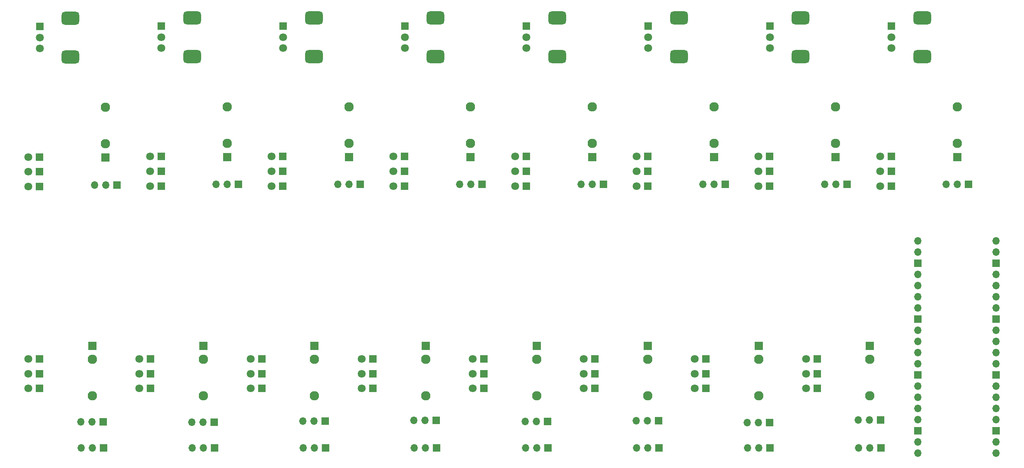
<source format=gbr>
%TF.GenerationSoftware,KiCad,Pcbnew,9.0.0*%
%TF.CreationDate,2025-06-12T15:06:47-04:00*%
%TF.ProjectId,Oblique Palette 0.5.1 PCB Main,4f626c69-7175-4652-9050-616c65747465,rev?*%
%TF.SameCoordinates,Original*%
%TF.FileFunction,Soldermask,Top*%
%TF.FilePolarity,Negative*%
%FSLAX46Y46*%
G04 Gerber Fmt 4.6, Leading zero omitted, Abs format (unit mm)*
G04 Created by KiCad (PCBNEW 9.0.0) date 2025-06-12 15:06:47*
%MOMM*%
%LPD*%
G01*
G04 APERTURE LIST*
G04 Aperture macros list*
%AMRoundRect*
0 Rectangle with rounded corners*
0 $1 Rounding radius*
0 $2 $3 $4 $5 $6 $7 $8 $9 X,Y pos of 4 corners*
0 Add a 4 corners polygon primitive as box body*
4,1,4,$2,$3,$4,$5,$6,$7,$8,$9,$2,$3,0*
0 Add four circle primitives for the rounded corners*
1,1,$1+$1,$2,$3*
1,1,$1+$1,$4,$5*
1,1,$1+$1,$6,$7*
1,1,$1+$1,$8,$9*
0 Add four rect primitives between the rounded corners*
20,1,$1+$1,$2,$3,$4,$5,0*
20,1,$1+$1,$4,$5,$6,$7,0*
20,1,$1+$1,$6,$7,$8,$9,0*
20,1,$1+$1,$8,$9,$2,$3,0*%
G04 Aperture macros list end*
%ADD10R,1.700000X1.700000*%
%ADD11O,1.700000X1.700000*%
%ADD12R,1.800000X1.800000*%
%ADD13C,1.800000*%
%ADD14RoundRect,0.750000X-1.250000X-0.750000X1.250000X-0.750000X1.250000X0.750000X-1.250000X0.750000X0*%
%ADD15R,1.930000X1.830000*%
%ADD16C,2.130000*%
G04 APERTURE END LIST*
D10*
%TO.C,J56*%
X138525000Y-120180000D03*
D11*
X135985000Y-120180000D03*
X133445000Y-120180000D03*
%TD*%
D10*
%TO.C,J2*%
X37432763Y-114282794D03*
D11*
X34892763Y-114282794D03*
X32352763Y-114282794D03*
%TD*%
D12*
%TO.C,RV2*%
X50717000Y-24320000D03*
D13*
X50717000Y-26820000D03*
X50717000Y-29320000D03*
D14*
X57717000Y-22420000D03*
X57717000Y-31220000D03*
%TD*%
D12*
%TO.C,D75*%
X174500000Y-103350000D03*
D13*
X171960000Y-103350000D03*
%TD*%
D12*
%TO.C,D2*%
X23000000Y-60760000D03*
D13*
X20460000Y-60760000D03*
%TD*%
D12*
%TO.C,RV3*%
X78374000Y-24320000D03*
D13*
X78374000Y-26820000D03*
X78374000Y-29320000D03*
D14*
X85374000Y-22420000D03*
X85374000Y-31220000D03*
%TD*%
D15*
%TO.C,J42*%
X35000000Y-97000000D03*
D16*
X35000000Y-108400000D03*
X35000000Y-100100000D03*
%TD*%
D12*
%TO.C,D67*%
X124000000Y-103350000D03*
D13*
X121460000Y-103350000D03*
%TD*%
D10*
%TO.C,J16*%
X40580000Y-60410000D03*
D11*
X38040000Y-60410000D03*
X35500000Y-60410000D03*
%TD*%
D12*
%TO.C,D58*%
X73500000Y-106700000D03*
D13*
X70960000Y-106700000D03*
%TD*%
D12*
%TO.C,D32*%
X161285000Y-60670000D03*
D13*
X158745000Y-60670000D03*
%TD*%
D12*
%TO.C,D18*%
X78314000Y-53970000D03*
D13*
X75774000Y-53970000D03*
%TD*%
D12*
%TO.C,D78*%
X199750000Y-106700000D03*
D13*
X197210000Y-106700000D03*
%TD*%
D12*
%TO.C,D56*%
X48250000Y-100000000D03*
D13*
X45710000Y-100000000D03*
%TD*%
D12*
%TO.C,RV8*%
X216659000Y-24320000D03*
D13*
X216659000Y-26820000D03*
X216659000Y-29320000D03*
D14*
X223659000Y-22420000D03*
X223659000Y-31220000D03*
%TD*%
D12*
%TO.C,D24*%
X105971000Y-53970000D03*
D13*
X103431000Y-53970000D03*
%TD*%
D15*
%TO.C,J46*%
X60250000Y-97000000D03*
D16*
X60250000Y-108400000D03*
X60250000Y-100100000D03*
%TD*%
D10*
%TO.C,J44*%
X62775000Y-120180000D03*
D11*
X60235000Y-120180000D03*
X57695000Y-120180000D03*
%TD*%
D12*
%TO.C,D48*%
X216599000Y-53970000D03*
D13*
X214059000Y-53970000D03*
%TD*%
D12*
%TO.C,D36*%
X161285000Y-53970000D03*
D13*
X158745000Y-53970000D03*
%TD*%
D10*
%TO.C,J31*%
X178865000Y-60320000D03*
D11*
X176325000Y-60320000D03*
X173785000Y-60320000D03*
%TD*%
D10*
%TO.C,J7*%
X113193477Y-113958108D03*
D11*
X110653477Y-113958108D03*
X108113477Y-113958108D03*
%TD*%
D12*
%TO.C,RV4*%
X106031000Y-24320000D03*
D13*
X106031000Y-26820000D03*
X106031000Y-29320000D03*
D14*
X113031000Y-22420000D03*
X113031000Y-31220000D03*
%TD*%
D12*
%TO.C,D38*%
X188942000Y-60670000D03*
D13*
X186402000Y-60670000D03*
%TD*%
D10*
%TO.C,J13*%
X188954192Y-114445137D03*
D11*
X186414192Y-114445137D03*
X183874192Y-114445137D03*
%TD*%
D12*
%TO.C,D76*%
X174500000Y-100000000D03*
D13*
X171960000Y-100000000D03*
%TD*%
D12*
%TO.C,D66*%
X124000000Y-106700000D03*
D13*
X121460000Y-106700000D03*
%TD*%
D10*
%TO.C,J11*%
X163700620Y-114039279D03*
D11*
X161160620Y-114039279D03*
X158620620Y-114039279D03*
%TD*%
D12*
%TO.C,D64*%
X98750000Y-100000000D03*
D13*
X96210000Y-100000000D03*
%TD*%
D12*
%TO.C,RV5*%
X133688000Y-24320000D03*
D13*
X133688000Y-26820000D03*
X133688000Y-29320000D03*
D14*
X140688000Y-22420000D03*
X140688000Y-31220000D03*
%TD*%
D12*
%TO.C,D8*%
X50657000Y-60670000D03*
D13*
X48117000Y-60670000D03*
%TD*%
D10*
%TO.C,J4*%
X62686334Y-114363965D03*
D11*
X60146334Y-114363965D03*
X57606334Y-114363965D03*
%TD*%
D12*
%TO.C,D71*%
X149250000Y-103350000D03*
D13*
X146710000Y-103350000D03*
%TD*%
D10*
%TO.C,J25*%
X123551000Y-60320000D03*
D11*
X121011000Y-60320000D03*
X118471000Y-60320000D03*
%TD*%
D10*
%TO.C,J14*%
X214207763Y-113876936D03*
D11*
X211667763Y-113876936D03*
X209127763Y-113876936D03*
%TD*%
D15*
%TO.C,J17*%
X38000000Y-54190000D03*
D16*
X38000000Y-42790000D03*
X38000000Y-51090000D03*
%TD*%
D12*
%TO.C,D74*%
X174500000Y-106700000D03*
D13*
X171960000Y-106700000D03*
%TD*%
D12*
%TO.C,D68*%
X124000000Y-100000000D03*
D13*
X121460000Y-100000000D03*
%TD*%
D15*
%TO.C,J20*%
X65657000Y-54100000D03*
D16*
X65657000Y-42700000D03*
X65657000Y-51000000D03*
%TD*%
D10*
%TO.C,J40*%
X37525000Y-120180000D03*
D11*
X34985000Y-120180000D03*
X32445000Y-120180000D03*
%TD*%
D10*
%TO.C,J9*%
X138447049Y-114201622D03*
D11*
X135907049Y-114201622D03*
X133367049Y-114201622D03*
%TD*%
D12*
%TO.C,D80*%
X199750000Y-100000000D03*
D13*
X197210000Y-100000000D03*
%TD*%
D12*
%TO.C,D3*%
X23000000Y-57410000D03*
D13*
X20460000Y-57410000D03*
%TD*%
D12*
%TO.C,D62*%
X98750000Y-106700000D03*
D13*
X96210000Y-106700000D03*
%TD*%
D12*
%TO.C,D50*%
X23000000Y-106700000D03*
D13*
X20460000Y-106700000D03*
%TD*%
D15*
%TO.C,J32*%
X176285000Y-54100000D03*
D16*
X176285000Y-42700000D03*
X176285000Y-51000000D03*
%TD*%
D12*
%TO.C,D15*%
X78314000Y-57320000D03*
D13*
X75774000Y-57320000D03*
%TD*%
D10*
%TO.C,J22*%
X95894000Y-60320000D03*
D11*
X93354000Y-60320000D03*
X90814000Y-60320000D03*
%TD*%
D15*
%TO.C,J66*%
X186500000Y-97000000D03*
D16*
X186500000Y-108400000D03*
X186500000Y-100100000D03*
%TD*%
D10*
%TO.C,J28*%
X151208000Y-60320000D03*
D11*
X148668000Y-60320000D03*
X146128000Y-60320000D03*
%TD*%
D12*
%TO.C,D14*%
X78314000Y-60670000D03*
D13*
X75774000Y-60670000D03*
%TD*%
D12*
%TO.C,RV6*%
X161345000Y-24320000D03*
D13*
X161345000Y-26820000D03*
X161345000Y-29320000D03*
D14*
X168345000Y-22420000D03*
X168345000Y-31220000D03*
%TD*%
D12*
%TO.C,D59*%
X73500000Y-103350000D03*
D13*
X70960000Y-103350000D03*
%TD*%
D15*
%TO.C,J62*%
X161250000Y-97000000D03*
D16*
X161250000Y-108400000D03*
X161250000Y-100100000D03*
%TD*%
D12*
%TO.C,D60*%
X73500000Y-100000000D03*
D13*
X70960000Y-100000000D03*
%TD*%
D10*
%TO.C,J19*%
X68237000Y-60320000D03*
D11*
X65697000Y-60320000D03*
X63157000Y-60320000D03*
%TD*%
D12*
%TO.C,D30*%
X133628000Y-53970000D03*
D13*
X131088000Y-53970000D03*
%TD*%
D12*
%TO.C,D63*%
X98750000Y-103350000D03*
D13*
X96210000Y-103350000D03*
%TD*%
D10*
%TO.C,J64*%
X189025000Y-120180000D03*
D11*
X186485000Y-120180000D03*
X183945000Y-120180000D03*
%TD*%
D12*
%TO.C,D42*%
X188942000Y-53970000D03*
D13*
X186402000Y-53970000D03*
%TD*%
D10*
%TO.C,J34*%
X206522000Y-60320000D03*
D11*
X203982000Y-60320000D03*
X201442000Y-60320000D03*
%TD*%
D15*
%TO.C,J35*%
X203942000Y-54100000D03*
D16*
X203942000Y-42700000D03*
X203942000Y-51000000D03*
%TD*%
D15*
%TO.C,J23*%
X93314000Y-54100000D03*
D16*
X93314000Y-42700000D03*
X93314000Y-51000000D03*
%TD*%
D10*
%TO.C,J68*%
X214275000Y-120180000D03*
D11*
X211735000Y-120180000D03*
X209195000Y-120180000D03*
%TD*%
D15*
%TO.C,J29*%
X148628000Y-54100000D03*
D16*
X148628000Y-42700000D03*
X148628000Y-51000000D03*
%TD*%
D12*
%TO.C,D26*%
X133628000Y-60670000D03*
D13*
X131088000Y-60670000D03*
%TD*%
D15*
%TO.C,J58*%
X136000000Y-97000000D03*
D16*
X136000000Y-108400000D03*
X136000000Y-100100000D03*
%TD*%
D12*
%TO.C,D20*%
X105971000Y-60670000D03*
D13*
X103431000Y-60670000D03*
%TD*%
D12*
%TO.C,RV1*%
X23060000Y-24410000D03*
D13*
X23060000Y-26910000D03*
X23060000Y-29410000D03*
D14*
X30060000Y-22510000D03*
X30060000Y-31310000D03*
%TD*%
D15*
%TO.C,J70*%
X211750000Y-97000000D03*
D16*
X211750000Y-108400000D03*
X211750000Y-100100000D03*
%TD*%
D12*
%TO.C,D21*%
X105971000Y-57320000D03*
D13*
X103431000Y-57320000D03*
%TD*%
D12*
%TO.C,D45*%
X216599000Y-57320000D03*
D13*
X214059000Y-57320000D03*
%TD*%
D15*
%TO.C,J26*%
X120971000Y-54100000D03*
D16*
X120971000Y-42700000D03*
X120971000Y-51000000D03*
%TD*%
D12*
%TO.C,D72*%
X149250000Y-100000000D03*
D13*
X146710000Y-100000000D03*
%TD*%
D12*
%TO.C,D44*%
X216599000Y-60670000D03*
D13*
X214059000Y-60670000D03*
%TD*%
D12*
%TO.C,D55*%
X48250000Y-103350000D03*
D13*
X45710000Y-103350000D03*
%TD*%
D12*
%TO.C,D39*%
X188942000Y-57320000D03*
D13*
X186402000Y-57320000D03*
%TD*%
D15*
%TO.C,J38*%
X231599000Y-54100000D03*
D16*
X231599000Y-42700000D03*
X231599000Y-51000000D03*
%TD*%
D10*
%TO.C,J37*%
X234179000Y-60320000D03*
D11*
X231639000Y-60320000D03*
X229099000Y-60320000D03*
%TD*%
D12*
%TO.C,D27*%
X133628000Y-57320000D03*
D13*
X131088000Y-57320000D03*
%TD*%
D12*
%TO.C,D70*%
X149250000Y-106700000D03*
D13*
X146710000Y-106700000D03*
%TD*%
D10*
%TO.C,J5*%
X87939906Y-114120451D03*
D11*
X85399906Y-114120451D03*
X82859906Y-114120451D03*
%TD*%
D15*
%TO.C,J54*%
X110750000Y-97000000D03*
D16*
X110750000Y-108400000D03*
X110750000Y-100100000D03*
%TD*%
D12*
%TO.C,D54*%
X48250000Y-106700000D03*
D13*
X45710000Y-106700000D03*
%TD*%
D12*
%TO.C,D52*%
X23000000Y-100000000D03*
D13*
X20460000Y-100000000D03*
%TD*%
D12*
%TO.C,D6*%
X23000000Y-54060000D03*
D13*
X20460000Y-54060000D03*
%TD*%
D12*
%TO.C,D12*%
X50657000Y-53970000D03*
D13*
X48117000Y-53970000D03*
%TD*%
D12*
%TO.C,D9*%
X50657000Y-57320000D03*
D13*
X48117000Y-57320000D03*
%TD*%
D10*
%TO.C,J48*%
X88025000Y-120180000D03*
D11*
X85485000Y-120180000D03*
X82945000Y-120180000D03*
%TD*%
D12*
%TO.C,D51*%
X23000000Y-103350000D03*
D13*
X20460000Y-103350000D03*
%TD*%
D12*
%TO.C,D79*%
X199750000Y-103350000D03*
D13*
X197210000Y-103350000D03*
%TD*%
D12*
%TO.C,RV7*%
X189002000Y-24320000D03*
D13*
X189002000Y-26820000D03*
X189002000Y-29320000D03*
D14*
X196002000Y-22420000D03*
X196002000Y-31220000D03*
%TD*%
D12*
%TO.C,D33*%
X161285000Y-57320000D03*
D13*
X158745000Y-57320000D03*
%TD*%
D10*
%TO.C,J52*%
X113275000Y-120180000D03*
D11*
X110735000Y-120180000D03*
X108195000Y-120180000D03*
%TD*%
D15*
%TO.C,J50*%
X85500000Y-97000000D03*
D16*
X85500000Y-108400000D03*
X85500000Y-100100000D03*
%TD*%
D10*
%TO.C,J60*%
X163775000Y-120180000D03*
D11*
X161235000Y-120180000D03*
X158695000Y-120180000D03*
%TD*%
%TO.C,U2*%
X240390000Y-73150000D03*
X240390000Y-75690000D03*
D10*
X240390000Y-78230000D03*
D11*
X240390000Y-80770000D03*
X240390000Y-83310000D03*
X240390000Y-85850000D03*
X240390000Y-88390000D03*
D10*
X240390000Y-90930000D03*
D11*
X240390000Y-93470000D03*
X240390000Y-96010000D03*
X240390000Y-98550000D03*
X240390000Y-101090000D03*
D10*
X240390000Y-103630000D03*
D11*
X240390000Y-106170000D03*
X240390000Y-108710000D03*
X240390000Y-111250000D03*
X240390000Y-113790000D03*
D10*
X240390000Y-116330000D03*
D11*
X240390000Y-118870000D03*
X240390000Y-121410000D03*
X222610000Y-121410000D03*
X222610000Y-118870000D03*
D10*
X222610000Y-116330000D03*
D11*
X222610000Y-113790000D03*
X222610000Y-111250000D03*
X222610000Y-108710000D03*
X222610000Y-106170000D03*
D10*
X222610000Y-103630000D03*
D11*
X222610000Y-101090000D03*
X222610000Y-98550000D03*
X222610000Y-96010000D03*
X222610000Y-93470000D03*
D10*
X222610000Y-90930000D03*
D11*
X222610000Y-88390000D03*
X222610000Y-85850000D03*
X222610000Y-83310000D03*
X222610000Y-80770000D03*
D10*
X222610000Y-78230000D03*
D11*
X222610000Y-75690000D03*
X222610000Y-73150000D03*
%TD*%
M02*

</source>
